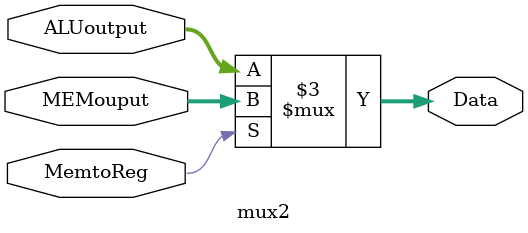
<source format=v>
module mux1(Rt_data, Ext_result, Data, ALUSrc);
    input [31:0] Rt_data;        // 寄存器的第二个输出
    input [31:0] Ext_result;     // 符号扩展后的值
    input ALUSrc;      // 0：选择寄存器的第二个输出 1：立即数扩展后的值
    output reg [31:0] Data;     // 选择后的值

    always @(*)
    begin
        if (ALUSrc)
            begin
                Data = Ext_result;
                // $display("(MUX.v) select ext_result: %h", Data);
            end
        else  
            begin
                Data = Rt_data;
                // $display("(MUX.v) select Rt_data: %h", Data);
            end       
    end
endmodule

// 控制写入regfile的数据来自ALU还是数据存储器
module mux2(ALUoutput, MEMouput, Data, MemtoReg);
    input [31:0] ALUoutput;        // ALU的输出
    input [31:0] MEMouput;     // 数据存储器的输出
    input MemtoReg;      // 0：选择ALU的输出 1：选择数据存储器的输出
    
    output reg [31:0] Data;     // 选择后的值

    always @(*)
    begin
        if (MemtoReg)
            begin
                Data = MEMouput;
                // $display("(MUX.v) select ALU_output: %h", Data);
            end
        else  
            begin
                Data = ALUoutput;
                // $display("(MUX.v) select DATAMEM_output: %h", Data);
            end       
    end
endmodule
</source>
